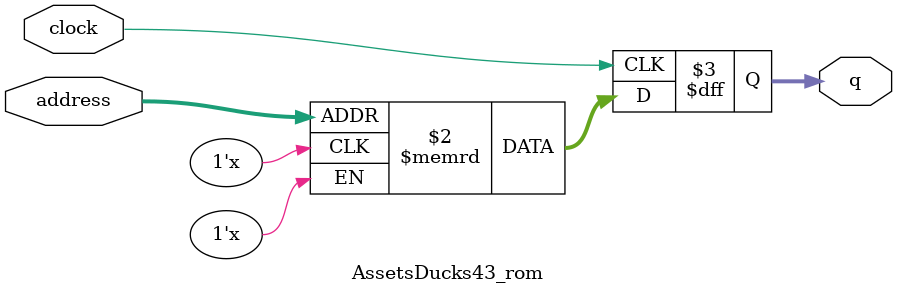
<source format=sv>
module AssetsDucks43_rom (
	input logic clock,
	input logic [11:0] address,
	output logic [3:0] q
);

logic [3:0] memory [0:4095] /* synthesis ram_init_file = "./AssetsDucks43/AssetsDucks43.mif" */;

always_ff @ (posedge clock) begin
	q <= memory[address];
end

endmodule

</source>
